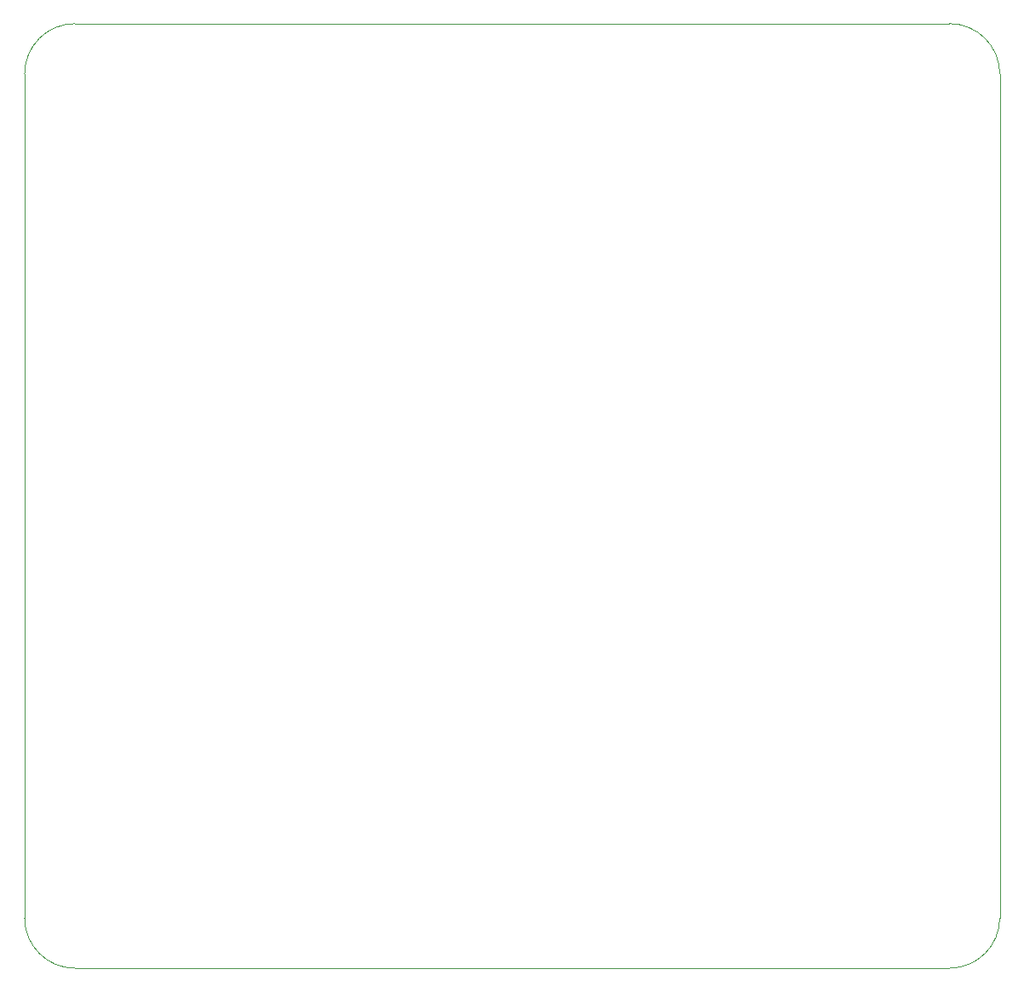
<source format=gbr>
G04 #@! TF.GenerationSoftware,KiCad,Pcbnew,(5.1.7-0-10_14)*
G04 #@! TF.CreationDate,2020-11-21T12:18:44-08:00*
G04 #@! TF.ProjectId,Main PCB,4d61696e-2050-4434-922e-6b696361645f,1*
G04 #@! TF.SameCoordinates,Original*
G04 #@! TF.FileFunction,Profile,NP*
%FSLAX46Y46*%
G04 Gerber Fmt 4.6, Leading zero omitted, Abs format (unit mm)*
G04 Created by KiCad (PCBNEW (5.1.7-0-10_14)) date 2020-11-21 12:18:44*
%MOMM*%
%LPD*%
G01*
G04 APERTURE LIST*
G04 #@! TA.AperFunction,Profile*
%ADD10C,0.038100*%
G04 #@! TD*
G04 APERTURE END LIST*
D10*
X-15000000Y-66000000D02*
G75*
G02*
X-20000000Y-61000000I0J5000000D01*
G01*
X-20000000Y23000000D02*
G75*
G02*
X-15000000Y28000000I5000000J0D01*
G01*
X72000000Y28000000D02*
G75*
G02*
X77000000Y23000000I0J-5000000D01*
G01*
X77000000Y-61000000D02*
G75*
G02*
X72000000Y-66000000I-5000000J0D01*
G01*
X72000000Y28000000D02*
X-15000000Y28000000D01*
X77000000Y-61000000D02*
X77000000Y23000000D01*
X-15000000Y-66000000D02*
X72000000Y-66000000D01*
X-20000000Y23000000D02*
X-20000000Y-61000000D01*
M02*

</source>
